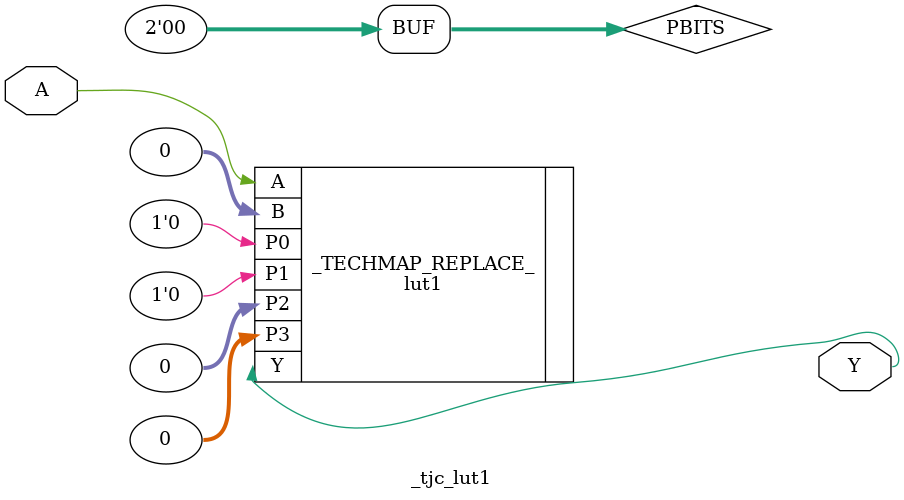
<source format=v>

(* techmap_celltype = "\$lut" *)
module _tjc_lut2 (A, Y);
    parameter LUT = 4'h0;
    parameter WIDTH = 2;
    input [WIDTH-1:0] A;
    output Y;

    wire _TECHMAP_FAIL_ = (WIDTH != 2);

    wire [2**WIDTH-1:0] PBITS = LUT;

    (* LUT=LUT *)
    lut2 _TECHMAP_REPLACE_(.B(A[1]), .A(A[0]),
            .P3(PBITS[3]),
            .P2(PBITS[2]),
            .P1(PBITS[1]),
            .P0(PBITS[0]),
            .Y(Y));
endmodule


(* techmap_celltype = "\$lut" *)
module _tjc_lut1 (A, Y);
    parameter LUT = 2'h0;
    parameter WIDTH = 1;
    input [WIDTH-1:0] A;
    output Y;

    wire _TECHMAP_FAIL_ = (WIDTH != 1);

    wire [2**WIDTH-1:0] PBITS = LUT;

    (* LUT=LUT *)
    lut1 _TECHMAP_REPLACE_(.B(0), .A(A[0]),
            .P3(0),
            .P2(0),
            .P1(PBITS[1]),
            .P0(PBITS[0]),
            .Y(Y));
endmodule


</source>
